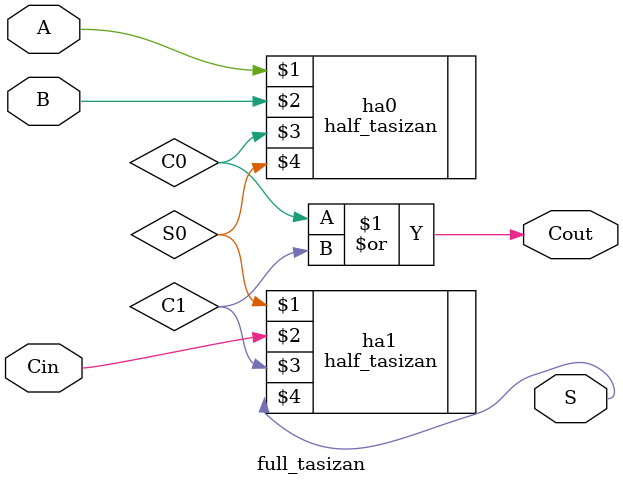
<source format=v>
module full_tasizan (A, B, Cin, Cout, S);
    input A, B, Cin; // inputs
    output Cout, S; // outputs
    wire C0, S0, C1; // intermediate wires (Do not use resister instead of wire)

    half_tasizan ha0(A, B, C0, S0); // first half-adder
    half_tasizan ha1(S0, Cin, C1, S); // second half-adder

    assign Cout = C0 | C1; // final carry output (Cout) is the OR of the two carry outputs (C0 and C1)
endmodule
</source>
